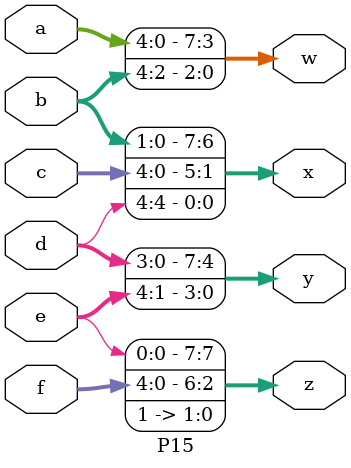
<source format=v>
module P15 (
    input  [4:0] a,
    b,
    c,
    d,
    e,
    f,
    output [7:0] w,
    x,
    y,
    z
);
  assign {w, x, y, z} = {a, b, c, d, e, f, 2'b11};
endmodule

</source>
